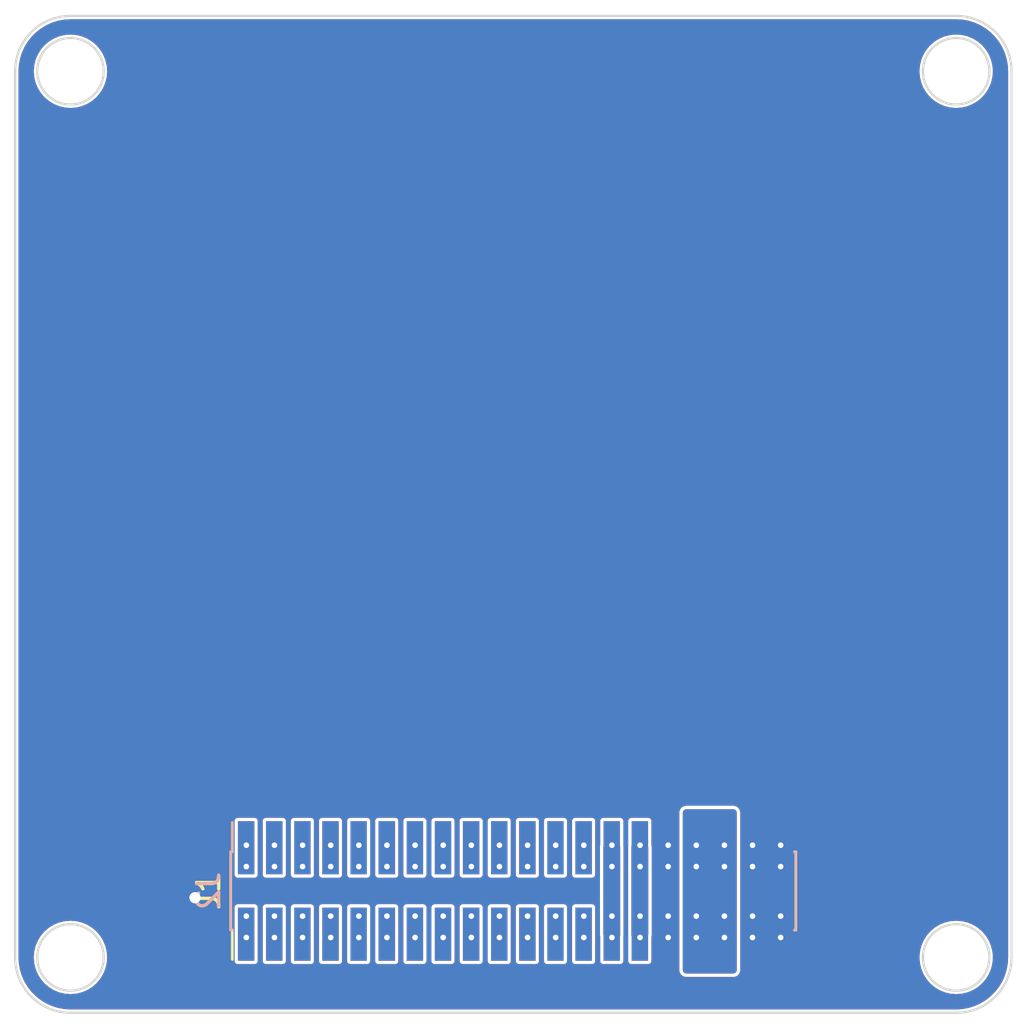
<source format=kicad_pcb>
(kicad_pcb (version 20221018) (generator pcbnew)
  (title_block (date "2023-06-14"))
  (layers (0 "F.Cu" signal) (31 "B.Cu" signal) (34 "B.Paste" user) (35 "F.Paste" user) (36 "B.SilkS" user "B.Silkscreen") (37 "F.SilkS" user "F.Silkscreen") (38 "B.Mask" user) (39 "F.Mask" user) (44 "Edge.Cuts" user))
  (net 0 "")
  (net 1 "/+3.3V")
  (net 2 "/+5V")
  (net 3 "/SPI_CS")
  (net 4 "/SPI_CLK")
  (net 5 "/SPI_MOSI")
  (net 6 "/SPI_MISO")
  (net 7 "/I2C_CLK")
  (net 8 "/GPIO_1")
  (net 9 "/GPIO_2")
  (net 10 "/GPIO_3")
  (net 11 "/GPIO_4")
  (net 12 "/GPIO_5")
  (net 13 "/GPIO_6")
  (net 14 "/GPIO_7")
  (net 15 "/GPIO_8")
  (net 16 "/ADC_1")
  (net 17 "/ADC_3")
  (net 18 "/ADC_4")
  (net 19 "/UART1_RX")
  (net 20 "/UART1_TX")
  (net 21 "/ADC_2")
  (net 22 "/I2C_SDA")
  (net 23 "/UART2_RX")
  (net 24 "/CAN_L")
  (net 25 "/CAN_H")
  (net 26 "/USB-")
  (net 27 "/USB+")
  (net 28 "/GND")
  (net 29 "/VBAT")
  (net 30 "/UART2_TX")
  (footprint "Connector_PinHeader_1.27mm:PinHeader_2x20_P1.27mm_Vertical_SMD" (layer "F.Cu") (at 73.22 72.22 90)
    (fp_text reference "J1" (at 0 -13.76 90) (layer "F.SilkS"))
    (fp_text value "Conn_02x20_Odd_Even" hide)
    (fp_line (start -3.09 -12.695) (end -1.765 -12.695) (stroke (width 0.12)) (layer "F.SilkS"))
    (fp_line (start -1.765 -12.76) (end -1.765 -12.695) (stroke (width 0.12)) (layer "F.SilkS"))
    (fp_line (start -1.765 -12.76) (end 1.765 -12.76) (stroke (width 0.12)) (layer "F.SilkS"))
    (fp_line (start -1.765 12.695) (end -1.765 12.76) (stroke (width 0.12)) (layer "F.SilkS"))
    (fp_line (start -1.765 12.76) (end 1.765 12.76) (stroke (width 0.12)) (layer "F.SilkS"))
    (fp_line (start 1.765 -12.76) (end 1.765 -12.695) (stroke (width 0.12)) (layer "F.SilkS"))
    (fp_line (start 1.765 12.695) (end 1.765 12.76) (stroke (width 0.12)) (layer "F.SilkS"))
    (pad "1" smd rect (at -1.95 -12.065 90) (size 2.4 0.74) (layers "F.Cu" "F.Paste" "F.Mask") (net 16 "/ADC_1"))
    (pad "2" smd rect (at 1.95 -12.065 90) (size 2.4 0.74) (layers "F.Cu" "F.Paste" "F.Mask") (net 21 "/ADC_2"))
    (pad "3" smd rect (at -1.95 -10.795 90) (size 2.4 0.74) (layers "F.Cu" "F.Paste" "F.Mask") (net 17 "/ADC_3"))
    (pad "4" smd rect (at 1.95 -10.795 90) (size 2.4 0.74) (layers "F.Cu" "F.Paste" "F.Mask") (net 18 "/ADC_4"))
    (pad "5" smd rect (at -1.95 -9.525 90) (size 2.4 0.74) (layers "F.Cu" "F.Paste" "F.Mask") (net 19 "/UART1_RX"))
    (pad "6" smd rect (at 1.95 -9.525 90) (size 2.4 0.74) (layers "F.Cu" "F.Paste" "F.Mask") (net 20 "/UART1_TX"))
    (pad "7" smd rect (at -1.95 -8.255 90) (size 2.4 0.74) (layers "F.Cu" "F.Paste" "F.Mask") (net 23 "/UART2_RX"))
    (pad "8" smd rect (at 1.95 -8.255 90) (size 2.4 0.74) (layers "F.Cu" "F.Paste" "F.Mask") (net 30 "/UART2_TX"))
    (pad "9" smd rect (at -1.95 -6.985 90) (size 2.4 0.74) (layers "F.Cu" "F.Paste" "F.Mask") (net 22 "/I2C_SDA"))
    (pad "10" smd rect (at 1.95 -6.985 90) (size 2.4 0.74) (layers "F.Cu" "F.Paste" "F.Mask") (net 7 "/I2C_CLK"))
    (pad "11" smd rect (at -1.95 -5.715 90) (size 2.4 0.74) (layers "F.Cu" "F.Paste" "F.Mask") (net 3 "/SPI_CS"))
    (pad "12" smd rect (at 1.95 -5.715 90) (size 2.4 0.74) (layers "F.Cu" "F.Paste" "F.Mask") (net 4 "/SPI_CLK"))
    (pad "13" smd rect (at -1.95 -4.445 90) (size 2.4 0.74) (layers "F.Cu" "F.Paste" "F.Mask") (net 5 "/SPI_MOSI"))
    (pad "14" smd rect (at 1.95 -4.445 90) (size 2.4 0.74) (layers "F.Cu" "F.Paste" "F.Mask") (net 6 "/SPI_MISO"))
    (pad "15" smd rect (at -1.95 -3.175 90) (size 2.4 0.74) (layers "F.Cu" "F.Paste" "F.Mask") (net 25 "/CAN_H"))
    (pad "16" smd rect (at 1.95 -3.175 90) (size 2.4 0.74) (layers "F.Cu" "F.Paste" "F.Mask") (net 24 "/CAN_L"))
    (pad "17" smd rect (at -1.95 -1.905 90) (size 2.4 0.74) (layers "F.Cu" "F.Paste" "F.Mask") (net 27 "/USB+"))
    (pad "18" smd rect (at 1.95 -1.905 90) (size 2.4 0.74) (layers "F.Cu" "F.Paste" "F.Mask") (net 26 "/USB-"))
    (pad "19" smd rect (at -1.95 -0.635 90) (size 2.4 0.74) (layers "F.Cu" "F.Paste" "F.Mask") (net 8 "/GPIO_1"))
    (pad "20" smd rect (at 1.95 -0.635 90) (size 2.4 0.74) (layers "F.Cu" "F.Paste" "F.Mask") (net 9 "/GPIO_2"))
    (pad "21" smd rect (at -1.95 0.635 90) (size 2.4 0.74) (layers "F.Cu" "F.Paste" "F.Mask") (net 10 "/GPIO_3"))
    (pad "22" smd rect (at 1.95 0.635 90) (size 2.4 0.74) (layers "F.Cu" "F.Paste" "F.Mask") (net 11 "/GPIO_4"))
    (pad "23" smd rect (at -1.95 1.905 90) (size 2.4 0.74) (layers "F.Cu" "F.Paste" "F.Mask") (net 12 "/GPIO_5"))
    (pad "24" smd rect (at 1.95 1.905 90) (size 2.4 0.74) (layers "F.Cu" "F.Paste" "F.Mask") (net 13 "/GPIO_6"))
    (pad "25" smd rect (at -1.95 3.175 90) (size 2.4 0.74) (layers "F.Cu" "F.Paste" "F.Mask") (net 14 "/GPIO_7"))
    (pad "26" smd rect (at 1.95 3.175 90) (size 2.4 0.74) (layers "F.Cu" "F.Paste" "F.Mask") (net 15 "/GPIO_8"))
    (pad "27" smd rect (at -1.95 4.445 90) (size 2.4 0.74) (layers "F.Cu" "F.Paste" "F.Mask") (net 1 "/+3.3V"))
    (pad "28" smd rect (at 1.95 4.445 90) (size 2.4 0.74) (layers "F.Cu" "F.Paste" "F.Mask") (net 1 "/+3.3V"))
    (pad "29" smd rect (at -1.95 5.715 90) (size 2.4 0.74) (layers "F.Cu" "F.Paste" "F.Mask") (net 2 "/+5V"))
    (pad "30" smd rect (at 1.95 5.715 90) (size 2.4 0.74) (layers "F.Cu" "F.Paste" "F.Mask") (net 2 "/+5V"))
    (pad "31" smd rect (at -1.95 6.985 90) (size 2.4 0.74) (layers "F.Cu" "F.Paste" "F.Mask") (net 28 "/GND"))
    (pad "32" smd rect (at 1.95 6.985 90) (size 2.4 0.74) (layers "F.Cu" "F.Paste" "F.Mask") (net 28 "/GND"))
    (pad "33" smd rect (at -1.95 8.255 90) (size 2.4 0.74) (layers "F.Cu" "F.Paste" "F.Mask") (net 29 "/VBAT"))
    (pad "34" smd rect (at 1.95 8.255 90) (size 2.4 0.74) (layers "F.Cu" "F.Paste" "F.Mask") (net 29 "/VBAT"))
    (pad "35" smd rect (at -1.95 9.525 90) (size 2.4 0.74) (layers "F.Cu" "F.Paste" "F.Mask") (net 29 "/VBAT"))
    (pad "36" smd rect (at 1.95 9.525 90) (size 2.4 0.74) (layers "F.Cu" "F.Paste" "F.Mask") (net 29 "/VBAT"))
    (pad "37" smd rect (at -1.95 10.795 90) (size 2.4 0.74) (layers "F.Cu" "F.Paste" "F.Mask") (net 28 "/GND"))
    (pad "38" smd rect (at 1.95 10.795 90) (size 2.4 0.74) (layers "F.Cu" "F.Paste" "F.Mask") (net 28 "/GND"))
    (pad "39" smd rect (at -1.95 12.065 90) (size 2.4 0.74) (layers "F.Cu" "F.Paste" "F.Mask") (net 28 "/GND"))
    (pad "40" smd rect (at 1.95 12.065 90) (size 2.4 0.74) (layers "F.Cu" "F.Paste" "F.Mask") (net 28 "/GND"))
  )
  (footprint "Connector_PinHeader_1.27mm:PinHeader_2x20_P1.27mm_Vertical_SMD" (layer "B.Cu") (at 73.22 72.22 -90)
    (fp_text reference "J2" (at 0 13.76 90) (layer "B.SilkS") (effects (justify mirror)))
    (fp_text value "Conn_02x20_Odd_Even" hide)
    (fp_line (start -3.09 12.695) (end -1.765 12.695) (stroke (width 0.12)) (layer "B.SilkS"))
    (fp_line (start -1.765 -12.76) (end 1.765 -12.76) (stroke (width 0.12)) (layer "B.SilkS"))
    (fp_line (start -1.765 -12.695) (end -1.765 -12.76) (stroke (width 0.12)) (layer "B.SilkS"))
    (fp_line (start -1.765 12.76) (end -1.765 12.695) (stroke (width 0.12)) (layer "B.SilkS"))
    (fp_line (start -1.765 12.76) (end 1.765 12.76) (stroke (width 0.12)) (layer "B.SilkS"))
    (fp_line (start 1.765 -12.695) (end 1.765 -12.76) (stroke (width 0.12)) (layer "B.SilkS"))
    (fp_line (start 1.765 12.76) (end 1.765 12.695) (stroke (width 0.12)) (layer "B.SilkS"))
    (pad "1" smd rect (at -1.95 12.065 270) (size 2.4 0.74) (layers "B.Cu" "B.Paste" "B.Mask") (net 21 "/ADC_2"))
    (pad "2" smd rect (at 1.95 12.065 270) (size 2.4 0.74) (layers "B.Cu" "B.Paste" "B.Mask") (net 16 "/ADC_1"))
    (pad "3" smd rect (at -1.95 10.795 270) (size 2.4 0.74) (layers "B.Cu" "B.Paste" "B.Mask") (net 18 "/ADC_4"))
    (pad "4" smd rect (at 1.95 10.795 270) (size 2.4 0.74) (layers "B.Cu" "B.Paste" "B.Mask") (net 17 "/ADC_3"))
    (pad "5" smd rect (at -1.95 9.525 270) (size 2.4 0.74) (layers "B.Cu" "B.Paste" "B.Mask") (net 20 "/UART1_TX"))
    (pad "6" smd rect (at 1.95 9.525 270) (size 2.4 0.74) (layers "B.Cu" "B.Paste" "B.Mask") (net 19 "/UART1_RX"))
    (pad "7" smd rect (at -1.95 8.255 270) (size 2.4 0.74) (layers "B.Cu" "B.Paste" "B.Mask") (net 30 "/UART2_TX"))
    (pad "8" smd rect (at 1.95 8.255 270) (size 2.4 0.74) (layers "B.Cu" "B.Paste" "B.Mask") (net 23 "/UART2_RX"))
    (pad "9" smd rect (at -1.95 6.985 270) (size 2.4 0.74) (layers "B.Cu" "B.Paste" "B.Mask") (net 7 "/I2C_CLK"))
    (pad "10" smd rect (at 1.95 6.985 270) (size 2.4 0.74) (layers "B.Cu" "B.Paste" "B.Mask") (net 22 "/I2C_SDA"))
    (pad "11" smd rect (at -1.95 5.715 270) (size 2.4 0.74) (layers "B.Cu" "B.Paste" "B.Mask") (net 4 "/SPI_CLK"))
    (pad "12" smd rect (at 1.95 5.715 270) (size 2.4 0.74) (layers "B.Cu" "B.Paste" "B.Mask") (net 3 "/SPI_CS"))
    (pad "13" smd rect (at -1.95 4.445 270) (size 2.4 0.74) (layers "B.Cu" "B.Paste" "B.Mask") (net 6 "/SPI_MISO"))
    (pad "14" smd rect (at 1.95 4.445 270) (size 2.4 0.74) (layers "B.Cu" "B.Paste" "B.Mask") (net 5 "/SPI_MOSI"))
    (pad "15" smd rect (at -1.95 3.175 270) (size 2.4 0.74) (layers "B.Cu" "B.Paste" "B.Mask") (net 24 "/CAN_L"))
    (pad "16" smd rect (at 1.95 3.175 270) (size 2.4 0.74) (layers "B.Cu" "B.Paste" "B.Mask") (net 25 "/CAN_H"))
    (pad "17" smd rect (at -1.95 1.905 270) (size 2.4 0.74) (layers "B.Cu" "B.Paste" "B.Mask") (net 26 "/USB-"))
    (pad "18" smd rect (at 1.95 1.905 270) (size 2.4 0.74) (layers "B.Cu" "B.Paste" "B.Mask") (net 27 "/USB+"))
    (pad "19" smd rect (at -1.95 0.635 270) (size 2.4 0.74) (layers "B.Cu" "B.Paste" "B.Mask") (net 9 "/GPIO_2"))
    (pad "20" smd rect (at 1.95 0.635 270) (size 2.4 0.74) (layers "B.Cu" "B.Paste" "B.Mask") (net 8 "/GPIO_1"))
    (pad "21" smd rect (at -1.95 -0.635 270) (size 2.4 0.74) (layers "B.Cu" "B.Paste" "B.Mask") (net 11 "/GPIO_4"))
    (pad "22" smd rect (at 1.95 -0.635 270) (size 2.4 0.74) (layers "B.Cu" "B.Paste" "B.Mask") (net 10 "/GPIO_3"))
    (pad "23" smd rect (at -1.95 -1.905 270) (size 2.4 0.74) (layers "B.Cu" "B.Paste" "B.Mask") (net 13 "/GPIO_6"))
    (pad "24" smd rect (at 1.95 -1.905 270) (size 2.4 0.74) (layers "B.Cu" "B.Paste" "B.Mask") (net 12 "/GPIO_5"))
    (pad "25" smd rect (at -1.95 -3.175 270) (size 2.4 0.74) (layers "B.Cu" "B.Paste" "B.Mask") (net 15 "/GPIO_8"))
    (pad "26" smd rect (at 1.95 -3.175 270) (size 2.4 0.74) (layers "B.Cu" "B.Paste" "B.Mask") (net 14 "/GPIO_7"))
    (pad "27" smd rect (at -1.95 -4.445 270) (size 2.4 0.74) (layers "B.Cu" "B.Paste" "B.Mask") (net 1 "/+3.3V"))
    (pad "28" smd rect (at 1.95 -4.445 270) (size 2.4 0.74) (layers "B.Cu" "B.Paste" "B.Mask") (net 1 "/+3.3V"))
    (pad "29" smd rect (at -1.95 -5.715 270) (size 2.4 0.74) (layers "B.Cu" "B.Paste" "B.Mask") (net 2 "/+5V"))
    (pad "30" smd rect (at 1.95 -5.715 270) (size 2.4 0.74) (layers "B.Cu" "B.Paste" "B.Mask") (net 2 "/+5V"))
    (pad "31" smd rect (at -1.95 -6.985 270) (size 2.4 0.74) (layers "B.Cu" "B.Paste" "B.Mask") (net 28 "/GND"))
    (pad "32" smd rect (at 1.95 -6.985 270) (size 2.4 0.74) (layers "B.Cu" "B.Paste" "B.Mask") (net 28 "/GND"))
    (pad "33" smd rect (at -1.95 -8.255 270) (size 2.4 0.74) (layers "B.Cu" "B.Paste" "B.Mask") (net 29 "/VBAT"))
    (pad "34" smd rect (at 1.95 -8.255 270) (size 2.4 0.74) (layers "B.Cu" "B.Paste" "B.Mask") (net 29 "/VBAT"))
    (pad "35" smd rect (at -1.95 -9.525 270) (size 2.4 0.74) (layers "B.Cu" "B.Paste" "B.Mask") (net 29 "/VBAT"))
    (pad "36" smd rect (at 1.95 -9.525 270) (size 2.4 0.74) (layers "B.Cu" "B.Paste" "B.Mask") (net 29 "/VBAT"))
    (pad "37" smd rect (at -1.95 -10.795 270) (size 2.4 0.74) (layers "B.Cu" "B.Paste" "B.Mask") (net 28 "/GND"))
    (pad "38" smd rect (at 1.95 -10.795 270) (size 2.4 0.74) (layers "B.Cu" "B.Paste" "B.Mask") (net 28 "/GND"))
    (pad "39" smd rect (at -1.95 -12.065 270) (size 2.4 0.74) (layers "B.Cu" "B.Paste" "B.Mask") (net 28 "/GND"))
    (pad "40" smd rect (at 1.95 -12.065 270) (size 2.4 0.74) (layers "B.Cu" "B.Paste" "B.Mask") (net 28 "/GND"))
  )
  (gr_line locked (start 95.72 75.22) (end 95.72 35.22) (stroke (width 0.1)) (layer "Edge.Cuts"))
  (gr_arc locked (start 50.72 35.22) (mid 51.452233 33.452233) (end 53.22 32.72) (stroke (width 0.1)) (layer "Edge.Cuts"))
  (gr_circle locked (center 93.22 75.22) (end 91.72 75.22) (stroke (width 0.1)) (fill none) (layer "Edge.Cuts"))
  (gr_circle locked (center 53.22 35.22) (end 54.72 35.22) (stroke (width 0.1)) (fill none) (layer "Edge.Cuts"))
  (gr_line locked (start 93.22 32.72) (end 53.22 32.72) (stroke (width 0.1)) (layer "Edge.Cuts"))
  (gr_arc locked (start 93.22 32.72) (mid 94.987767 33.452233) (end 95.72 35.22) (stroke (width 0.1)) (layer "Edge.Cuts"))
  (gr_arc locked (start 95.72 75.22) (mid 94.987767 76.987767) (end 93.22 77.72) (stroke (width 0.1)) (layer "Edge.Cuts"))
  (gr_circle locked (center 93.22 35.22) (end 93.22 36.72) (stroke (width 0.1)) (fill none) (layer "Edge.Cuts"))
  (gr_line locked (start 53.22 77.72) (end 93.22 77.72) (stroke (width 0.1)) (layer "Edge.Cuts"))
  (gr_arc locked (start 53.22 77.72) (mid 51.452233 76.987767) (end 50.72 75.22) (stroke (width 0.1)) (layer "Edge.Cuts"))
  (gr_circle locked (center 53.22 75.22) (end 53.22 73.72) (stroke (width 0.1)) (fill none) (layer "Edge.Cuts"))
  (gr_line locked (start 50.72 35.22) (end 50.72 75.22) (stroke (width 0.1)) (layer "Edge.Cuts"))
  (segment (start 77.665 70.27) (end 77.665 74.17) (width 0.762) (layer "F.Cu") (net 1))
  (via (at 77.6732 74.3204) (size 0.508) (drill 0.254) (layers "F.Cu" "B.Cu") (net 1))
  (via (at 77.6732 71.12) (size 0.508) (drill 0.254) (layers "F.Cu" "B.Cu") (net 1))
  (via (at 77.6732 73.3552) (size 0.508) (drill 0.254) (layers "F.Cu" "B.Cu") (net 1))
  (via (at 77.6732 70.1548) (size 0.508) (drill 0.254) (layers "F.Cu" "B.Cu") (net 1))
  (segment (start 77.665 70.27) (end 77.665 74.17) (width 0.762) (layer "B.Cu") (net 1))
  (segment (start 78.935 70.27) (end 78.935 74.17) (width 0.762) (layer "F.Cu") (net 2))
  (via (at 78.9432 73.3552) (size 0.508) (drill 0.254) (layers "F.Cu" "B.Cu") (net 2))
  (via (at 78.9432 71.12) (size 0.508) (drill 0.254) (layers "F.Cu" "B.Cu") (net 2))
  (via (at 78.9432 70.1548) (size 0.508) (drill 0.254) (layers "F.Cu" "B.Cu") (net 2))
  (via (at 78.9432 74.3204) (size 0.508) (drill 0.254) (layers "F.Cu" "B.Cu") (net 2))
  (segment (start 78.935 70.27) (end 78.935 74.17) (width 0.762) (layer "B.Cu") (net 2))
  (via (at 67.5132 74.3204) (size 0.508) (drill 0.254) (layers "F.Cu" "B.Cu") (net 3))
  (via (at 67.5132 73.3552) (size 0.508) (drill 0.254) (layers "F.Cu" "B.Cu") (net 3))
  (via (at 67.5132 71.12) (size 0.508) (drill 0.254) (layers "F.Cu" "B.Cu") (net 4))
  (via (at 67.5132 70.1548) (size 0.508) (drill 0.254) (layers "F.Cu" "B.Cu") (net 4))
  (via (at 68.7832 73.3552) (size 0.508) (drill 0.254) (layers "F.Cu" "B.Cu") (net 5))
  (via (at 68.7832 74.3204) (size 0.508) (drill 0.254) (layers "F.Cu" "B.Cu") (net 5))
  (via (at 68.7832 71.12) (size 0.508) (drill 0.254) (layers "F.Cu" "B.Cu") (net 6))
  (via (at 68.7832 70.1548) (size 0.508) (drill 0.254) (layers "F.Cu" "B.Cu") (net 6))
  (via (at 66.2432 71.12) (size 0.508) (drill 0.254) (layers "F.Cu" "B.Cu") (net 7))
  (via (at 66.2432 70.1548) (size 0.508) (drill 0.254) (layers "F.Cu" "B.Cu") (net 7))
  (via (at 72.5932 74.3204) (size 0.508) (drill 0.254) (layers "F.Cu" "B.Cu") (net 8))
  (via (at 72.5932 73.3552) (size 0.508) (drill 0.254) (layers "F.Cu" "B.Cu") (net 8))
  (via (at 72.5932 71.12) (size 0.508) (drill 0.254) (layers "F.Cu" "B.Cu") (net 9))
  (via (at 72.5932 70.1548) (size 0.508) (drill 0.254) (layers "F.Cu" "B.Cu") (net 9))
  (via (at 73.8632 74.3204) (size 0.508) (drill 0.254) (layers "F.Cu" "B.Cu") (net 10))
  (via (at 73.8632 73.3552) (size 0.508) (drill 0.254) (layers "F.Cu" "B.Cu") (net 10))
  (via (at 73.8632 71.12) (size 0.508) (drill 0.254) (layers "F.Cu" "B.Cu") (net 11))
  (via (at 73.8632 70.1548) (size 0.508) (drill 0.254) (layers "F.Cu" "B.Cu") (net 11))
  (via (at 75.1332 74.3204) (size 0.508) (drill 0.254) (layers "F.Cu" "B.Cu") (net 12))
  (via (at 75.1332 73.3552) (size 0.508) (drill 0.254) (layers "F.Cu" "B.Cu") (net 12))
  (via (at 75.1332 71.12) (size 0.508) (drill 0.254) (layers "F.Cu" "B.Cu") (net 13))
  (via (at 75.1332 70.1548) (size 0.508) (drill 0.254) (layers "F.Cu" "B.Cu") (net 13))
  (via (at 76.4032 74.3204) (size 0.508) (drill 0.254) (layers "F.Cu" "B.Cu") (net 14))
  (via (at 76.4032 73.3552) (size 0.508) (drill 0.254) (layers "F.Cu" "B.Cu") (net 14))
  (via (at 76.4032 71.12) (size 0.508) (drill 0.254) (layers "F.Cu" "B.Cu") (net 15))
  (via (at 76.4032 70.1548) (size 0.508) (drill 0.254) (layers "F.Cu" "B.Cu") (net 15))
  (via (at 61.1632 73.3552) (size 0.508) (drill 0.254) (layers "F.Cu" "B.Cu") (net 16))
  (via (at 61.1632 74.3204) (size 0.508) (drill 0.254) (layers "F.Cu" "B.Cu") (net 16))
  (via (at 62.4332 74.3204) (size 0.508) (drill 0.254) (layers "F.Cu" "B.Cu") (net 17))
  (via (at 62.4332 73.3552) (size 0.508) (drill 0.254) (layers "F.Cu" "B.Cu") (net 17))
  (via (at 62.4332 71.12) (size 0.508) (drill 0.254) (layers "F.Cu" "B.Cu") (net 18))
  (via (at 62.4332 70.1548) (size 0.508) (drill 0.254) (layers "F.Cu" "B.Cu") (net 18))
  (via (at 63.7032 73.3552) (size 0.508) (drill 0.254) (layers "F.Cu" "B.Cu") (net 19))
  (via (at 63.7032 74.3204) (size 0.508) (drill 0.254) (layers "F.Cu" "B.Cu") (net 19))
  (via (at 63.7032 71.12) (size 0.508) (drill 0.254) (layers "F.Cu" "B.Cu") (net 20))
  (via (at 63.7032 70.1548) (size 0.508) (drill 0.254) (layers "F.Cu" "B.Cu") (net 20))
  (via (at 61.1632 70.1548) (size 0.508) (drill 0.254) (layers "F.Cu" "B.Cu") (net 21))
  (via (at 61.1632 71.12) (size 0.508) (drill 0.254) (layers "F.Cu" "B.Cu") (net 21))
  (via (at 66.2432 73.3552) (size 0.508) (drill 0.254) (layers "F.Cu" "B.Cu") (net 22))
  (via (at 66.2432 74.3204) (size 0.508) (drill 0.254) (layers "F.Cu" "B.Cu") (net 22))
  (via (at 64.9732 74.3204) (size 0.508) (drill 0.254) (layers "F.Cu" "B.Cu") (net 23))
  (via (at 64.9732 73.3552) (size 0.508) (drill 0.254) (layers "F.Cu" "B.Cu") (net 23))
  (via (at 70.0532 71.12) (size 0.508) (drill 0.254) (layers "F.Cu" "B.Cu") (net 24))
  (via (at 70.0532 70.1548) (size 0.508) (drill 0.254) (layers "F.Cu" "B.Cu") (net 24))
  (via (at 70.0532 73.3552) (size 0.508) (drill 0.254) (layers "F.Cu" "B.Cu") (net 25))
  (via (at 70.0532 74.3204) (size 0.508) (drill 0.254) (layers "F.Cu" "B.Cu") (net 25))
  (via (at 71.3232 71.12) (size 0.508) (drill 0.254) (layers "F.Cu" "B.Cu") (net 26))
  (via (at 71.3232 70.1548) (size 0.508) (drill 0.254) (layers "F.Cu" "B.Cu") (net 26))
  (via (at 71.3232 74.3204) (size 0.508) (drill 0.254) (layers "F.Cu" "B.Cu") (net 27))
  (via (at 71.3232 73.3552) (size 0.508) (drill 0.254) (layers "F.Cu" "B.Cu") (net 27))
  (via (at 85.2932 73.3552) (size 0.508) (drill 0.254) (layers "F.Cu" "B.Cu") (net 28))
  (via (at 84.0232 70.1548) (size 0.508) (drill 0.254) (layers "F.Cu" "B.Cu") (net 28))
  (via (at 84.0232 73.3552) (size 0.508) (drill 0.254) (layers "F.Cu" "B.Cu") (net 28))
  (via (at 85.2932 70.1548) (size 0.508) (drill 0.254) (layers "F.Cu" "B.Cu") (net 28))
  (via (at 58.8436 72.5248) (size 1.016) (drill 0.508) (layers "F.Cu" "B.Cu") (net 28))
  (via (at 85.2932 71.12) (size 0.508) (drill 0.254) (layers "F.Cu" "B.Cu") (net 28))
  (via (at 80.2132 74.3204) (size 0.508) (drill 0.254) (layers "F.Cu" "B.Cu") (net 28))
  (via (at 80.2132 73.3552) (size 0.508) (drill 0.254) (layers "F.Cu" "B.Cu") (net 28))
  (via (at 84.0232 71.12) (size 0.508) (drill 0.254) (layers "F.Cu" "B.Cu") (net 28))
  (via (at 80.2132 70.1548) (size 0.508) (drill 0.254) (layers "F.Cu" "B.Cu") (net 28))
  (via (at 85.2932 74.3204) (size 0.508) (drill 0.254) (layers "F.Cu" "B.Cu") (net 28))
  (via (at 80.2132 71.12) (size 0.508) (drill 0.254) (layers "F.Cu" "B.Cu") (net 28))
  (via (at 84.0232 74.3204) (size 0.508) (drill 0.254) (layers "F.Cu" "B.Cu") (net 28))
  (via (at 81.4832 71.12) (size 0.508) (drill 0.254) (layers "F.Cu" "B.Cu") (net 29))
  (via (at 81.4832 74.3204) (size 0.508) (drill 0.254) (layers "F.Cu" "B.Cu") (net 29))
  (via (at 81.4832 73.3552) (size 0.508) (drill 0.254) (layers "F.Cu" "B.Cu") (net 29))
  (via (at 82.7532 74.3204) (size 0.508) (drill 0.254) (layers "F.Cu" "B.Cu") (net 29))
  (via (at 82.7532 70.1548) (size 0.508) (drill 0.254) (layers "F.Cu" "B.Cu") (net 29))
  (via (at 82.7532 71.12) (size 0.508) (drill 0.254) (layers "F.Cu" "B.Cu") (net 29))
  (via (at 81.4832 70.1548) (size 0.508) (drill 0.254) (layers "F.Cu" "B.Cu") (net 29))
  (via (at 82.7532 73.3552) (size 0.508) (drill 0.254) (layers "F.Cu" "B.Cu") (net 29))
  (via (at 64.9732 71.12) (size 0.508) (drill 0.254) (layers "F.Cu" "B.Cu") (net 30))
  (via (at 64.9732 70.1548) (size 0.508) (drill 0.254) (layers "F.Cu" "B.Cu") (net 30))
  (zone (net 29) (net_name "/VBAT") (layers "F&B.Cu") (name "batt") (priority 1) (connect_pads yes (clearance 0.1524)) (min_thickness 0.1524) (fill yes (thermal_gap 0.1524) (thermal_bridge_width 0.1524) (smoothing fillet) (radius 0.1524))
    (polygon (pts (xy 80.8736 68.5292) (xy 80.8736 75.946) (xy 83.312 75.946) (xy 83.312 68.5292)))
  )
  (zone (net 28) (net_name "/GND") (layers "F&B.Cu") (name "gnd") (connect_pads yes (clearance 0.1524)) (min_thickness 0.1524) (fill yes (thermal_gap 0.1524) (thermal_bridge_width 0.1524) (smoothing fillet) (radius 0.1524))
    (polygon (pts (xy 50.038 32.004) (xy 96.012 32.004) (xy 96.012 78.232) (xy 50.038 78.232)))
  )
)
</source>
